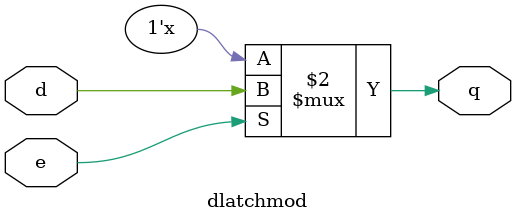
<source format=v>
module dlatchmod(e, d, q);

	input e;
	input d;
	output q;
	reg q;
		always @(e or d) begin
			if (e)
				q<=d;	
		end

endmodule
</source>
